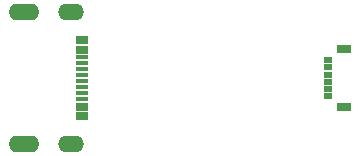
<source format=gbr>
G04*
G04 #@! TF.GenerationSoftware,Altium Limited,Altium Designer,24.8.2 (39)*
G04*
G04 Layer_Color=8388736*
%FSLAX25Y25*%
%MOIN*%
G70*
G04*
G04 #@! TF.SameCoordinates,C8608415-0D93-4E33-BC52-9C0F9C252278*
G04*
G04*
G04 #@! TF.FilePolarity,Negative*
G04*
G01*
G75*
%ADD16R,0.03943X0.02762*%
%ADD17R,0.03943X0.01581*%
%ADD18R,0.02756X0.01968*%
%ADD19R,0.04528X0.03150*%
%ADD20O,0.10249X0.05524*%
%ADD21O,0.08674X0.05524*%
D16*
X27756Y14922D02*
D03*
Y18071D02*
D03*
Y37048D02*
D03*
Y40197D02*
D03*
D17*
Y34449D02*
D03*
Y32481D02*
D03*
Y30512D02*
D03*
Y28544D02*
D03*
Y26575D02*
D03*
Y24607D02*
D03*
Y22638D02*
D03*
Y20670D02*
D03*
D18*
X109498Y33465D02*
D03*
Y31102D02*
D03*
Y28741D02*
D03*
Y26378D02*
D03*
Y24015D02*
D03*
Y21654D02*
D03*
D19*
X114911Y17914D02*
D03*
Y37205D02*
D03*
D20*
X8287Y49528D02*
D03*
Y5591D02*
D03*
D21*
X24035D02*
D03*
Y49528D02*
D03*
M02*

</source>
